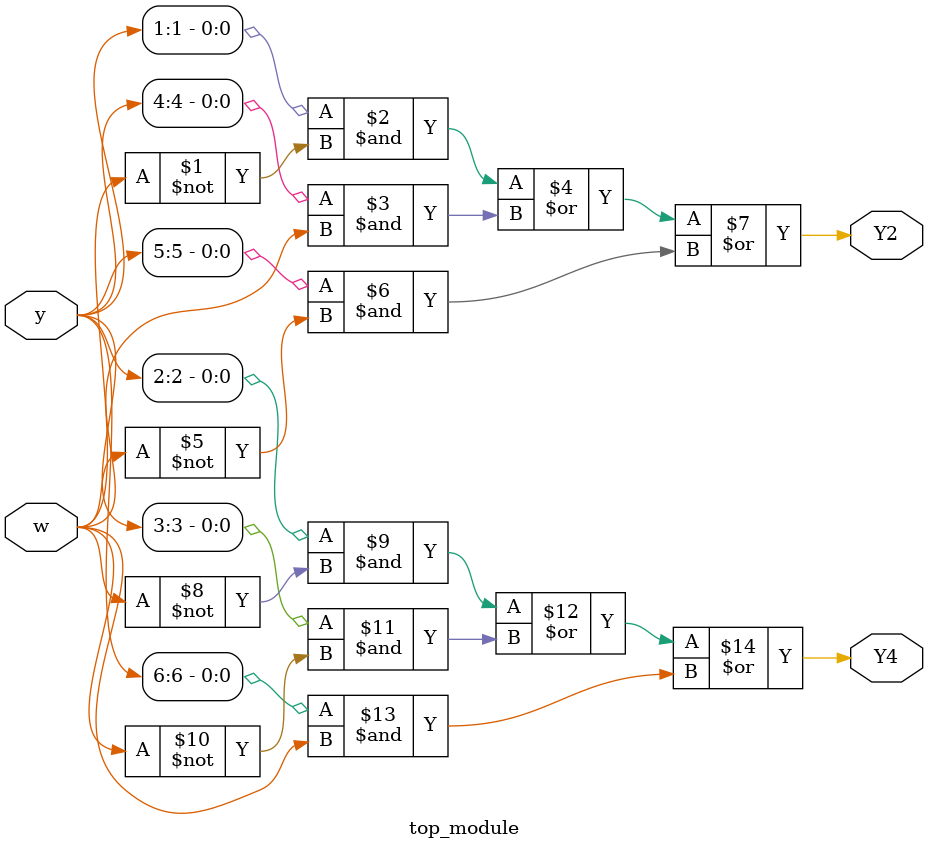
<source format=sv>
module top_module (
    input [6:1] y,
    input w,
    output Y2,
    output Y4
);

// Next-state logic for Y2 (y[2])
assign Y2 = (y[1] & ~w) | (y[4] & w) | (y[5] & ~w);

// Next-state logic for Y4 (y[4])
assign Y4 = (y[2] & ~w) | (y[3] & ~w) | (y[6] & w);

endmodule

</source>
